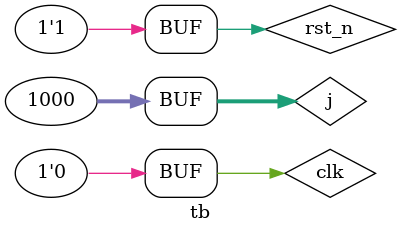
<source format=v>
module RV32I_DesignTop
( 
input CLOCK_50,
input [3:2]KEY
);


wire CLOCK_1MHZ;


scaler_1MHZ  ss1 (CLOCK_50,CLOCK_1MHZ);



//    System_Jtag u0 (
//        .clk_clk                               (CLOCK_50),                               //                      clk.clk
//        .reset_reset_n                         (KEY[3]),                         //                    reset.reset_n
//        .riscv_core_0_conduit_end_disp_sel     (),     // riscv_core_0_conduit_end.disp_sel
//        .riscv_core_0_conduit_end_display      (),      //                         .display
//        .riscv_core_0_conduit_end_av_writedata (), //                         .av_writedata
//        .clk_1mega_clk                         (CLOCK_50),                         //                clk_1mega.clk
//        .reset_1mega_reset_n                   (KEY[3])                    //              reset_1mega.reset_n
//    );


 System_Jtag u0 (
        .clk_clk                               (CLOCK_50),                               //                      clk.clk
        .reset_reset_n                         (KEY[3]),                         //                    reset.reset_n
        .riscv_core_0_conduit_end_disp_sel     (),     // riscv_core_0_conduit_end.disp_sel
        .riscv_core_0_conduit_end_display      (),      //                         .display
        .riscv_core_0_conduit_end_av_writedata ()  //                         .av_writedata
    );

endmodule



module scaler_1MHZ(clock_in,clock_out);
input clock_in; 
output clock_out; 
reg[27:0] counter=28'd0;
wire [27:0]DIVISOR = (28'd50_000_000)/(28'd50_000_000);


// The frequency of the output clk_out
//  = The frequency of the input clk_in divided by DIVISOR

always @(posedge clock_in)
begin
 counter <= counter + 28'd1;
 if(counter>=(DIVISOR-1))
  counter <= 28'd0;
end
assign clock_out = (counter<DIVISOR/2)?1'b0:1'b1;
endmodule

 



module tb;
	reg rst_n,clk;
   wire [31:0]Data_jtag;
	wire [31:0]Data_display;
	
RV32_core inst
(
.clock(clk),
.reset(~rst_n),
.disp_sel(5'd2),
.display(Data_display),
//for uart
.av_address(),
.av_readdata(),
.av_writedata(),
.av_writedata_reg(Data_jtag),
.av_write_n(),
.av_read_n(),
.av_waitrequest(1'b1)
);

	
	
	integer j;
	initial begin

		#0 rst_n = 1; clk = 0;
		#1 rst_n = 0; #1 rst_n = 1 ;#1
		
		for(j = 0;j < 1000;j = j + 1) begin
			#1 clk = ~clk; #1 clk = ~clk;
		end
	end
endmodule









</source>
